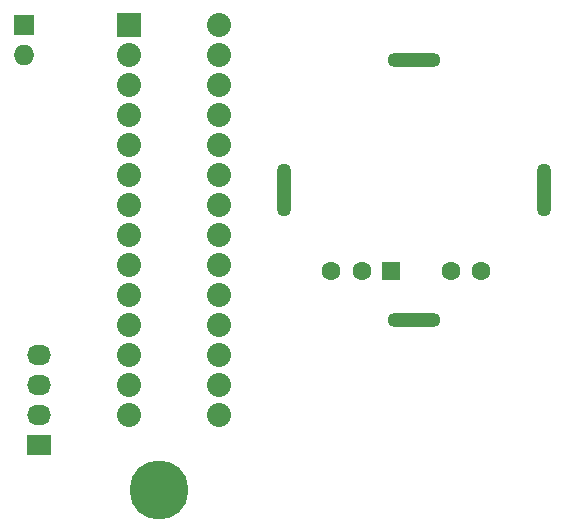
<source format=gbr>
G04 #@! TF.FileFunction,Copper,L1,Top,Signal*
%FSLAX46Y46*%
G04 Gerber Fmt 4.6, Leading zero omitted, Abs format (unit mm)*
G04 Created by KiCad (PCBNEW 4.0.2-stable) date Tuesday, 09 August 2016 'pmt' 13:04:01*
%MOMM*%
G01*
G04 APERTURE LIST*
%ADD10C,0.100000*%
%ADD11O,4.500000X1.250000*%
%ADD12O,1.250000X4.500000*%
%ADD13R,1.600000X1.600000*%
%ADD14C,1.600000*%
%ADD15R,2.032000X2.032000*%
%ADD16C,2.032000*%
%ADD17R,2.032000X1.727200*%
%ADD18O,2.032000X1.727200*%
%ADD19R,1.727200X1.727200*%
%ADD20O,1.727200X1.727200*%
%ADD21C,5.000000*%
G04 APERTURE END LIST*
D10*
D11*
X139700000Y-52500000D03*
X139700000Y-74500000D03*
D12*
X150700000Y-63500000D03*
X128700000Y-63500000D03*
D13*
X137800000Y-70400000D03*
D14*
X135300000Y-70400000D03*
X132700000Y-70400000D03*
X142900000Y-70400000D03*
X145400000Y-70400000D03*
D15*
X115570000Y-49530000D03*
D16*
X115570000Y-52070000D03*
X115570000Y-54610000D03*
X115570000Y-57150000D03*
X115570000Y-59690000D03*
X115570000Y-62230000D03*
X115570000Y-64770000D03*
X115570000Y-67310000D03*
X115570000Y-69850000D03*
X115570000Y-72390000D03*
X115570000Y-74930000D03*
X115570000Y-77470000D03*
X115570000Y-80010000D03*
X115570000Y-82550000D03*
X123190000Y-82550000D03*
X123190000Y-80010000D03*
X123190000Y-77470000D03*
X123190000Y-74930000D03*
X123190000Y-72390000D03*
X123190000Y-69850000D03*
X123190000Y-67310000D03*
X123190000Y-64770000D03*
X123190000Y-62230000D03*
X123190000Y-59690000D03*
X123190000Y-57150000D03*
X123190000Y-54610000D03*
X123190000Y-52070000D03*
X123190000Y-49530000D03*
D17*
X107950000Y-85090000D03*
D18*
X107950000Y-82550000D03*
X107950000Y-80010000D03*
X107950000Y-77470000D03*
D19*
X106680000Y-49530000D03*
D20*
X106680000Y-52070000D03*
D21*
X118110000Y-88900000D03*
M02*

</source>
